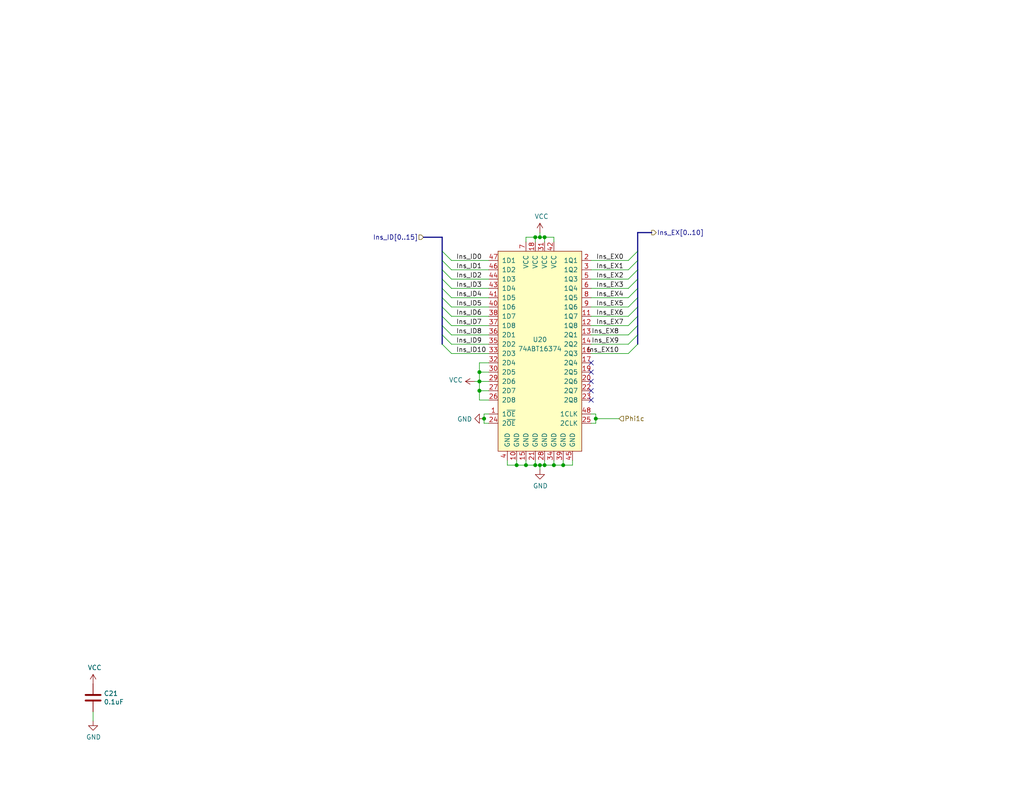
<source format=kicad_sch>
(kicad_sch (version 20230121) (generator eeschema)
  (paper "USLetter")
  (title_block (date "2023-11-15") (rev "A"))
  (lib_symbols
    (symbol "74xx (kicad5):74ABT16374" (pin_names (offset 1.016))
      (property "Reference" "U" (at 0 1.27 0))
      (property "Value" "74ABT16374" (at 0 -1.27 0))
      (symbol "74ABT16374_0_0"
        (pin input line (at -13.97 -20.32 0) (length 2.54) (name "1~{OE}") (number "1"))
        (pin power_in line (at -6.35 -33.02 90) (length 2.54) (name "GND") (number "10"))
        (pin tri_state line (at 13.97 6.35 180) (length 2.54) (name "1Q7") (number "11"))
        (pin tri_state line (at 13.97 3.81 180) (length 2.54) (name "1Q8") (number "12"))
        (pin tri_state line (at 13.97 1.27 180) (length 2.54) (name "2Q1") (number "13"))
        (pin tri_state line (at 13.97 -1.27 180) (length 2.54) (name "2Q2") (number "14"))
        (pin power_in line (at -3.81 -33.02 90) (length 2.54) (name "GND") (number "15"))
        (pin tri_state line (at 13.97 -3.81 180) (length 2.54) (name "2Q3") (number "16"))
        (pin tri_state line (at 13.97 -6.35 180) (length 2.54) (name "2Q4") (number "17"))
        (pin power_in line (at -1.27 26.67 270) (length 2.54) (name "VCC") (number "18"))
        (pin tri_state line (at 13.97 -8.89 180) (length 2.54) (name "2Q5") (number "19"))
        (pin tri_state line (at 13.97 21.59 180) (length 2.54) (name "1Q1") (number "2"))
        (pin tri_state line (at 13.97 -11.43 180) (length 2.54) (name "2Q6") (number "20"))
        (pin power_in line (at -1.27 -33.02 90) (length 2.54) (name "GND") (number "21"))
        (pin tri_state line (at 13.97 -13.97 180) (length 2.54) (name "2Q7") (number "22"))
        (pin tri_state line (at 13.97 -16.51 180) (length 2.54) (name "2Q8") (number "23"))
        (pin input line (at -13.97 -22.86 0) (length 2.54) (name "2~{OE}") (number "24"))
        (pin input line (at 13.97 -22.86 180) (length 2.54) (name "2CLK") (number "25"))
        (pin input line (at -13.97 -16.51 0) (length 2.54) (name "2D8") (number "26"))
        (pin input line (at -13.97 -13.97 0) (length 2.54) (name "2D7") (number "27"))
        (pin power_in line (at 1.27 -33.02 90) (length 2.54) (name "GND") (number "28"))
        (pin input line (at -13.97 -11.43 0) (length 2.54) (name "2D6") (number "29"))
        (pin tri_state line (at 13.97 19.05 180) (length 2.54) (name "1Q2") (number "3"))
        (pin input line (at -13.97 -8.89 0) (length 2.54) (name "2D5") (number "30"))
        (pin power_in line (at 1.27 26.67 270) (length 2.54) (name "VCC") (number "31"))
        (pin input line (at -13.97 -6.35 0) (length 2.54) (name "2D4") (number "32"))
        (pin input line (at -13.97 -3.81 0) (length 2.54) (name "2D3") (number "33"))
        (pin power_in line (at 3.81 -33.02 90) (length 2.54) (name "GND") (number "34"))
        (pin input line (at -13.97 -1.27 0) (length 2.54) (name "2D2") (number "35"))
        (pin input line (at -13.97 1.27 0) (length 2.54) (name "2D1") (number "36"))
        (pin input line (at -13.97 3.81 0) (length 2.54) (name "1D8") (number "37"))
        (pin input line (at -13.97 6.35 0) (length 2.54) (name "1D7") (number "38"))
        (pin power_in line (at 6.35 -33.02 90) (length 2.54) (name "GND") (number "39"))
        (pin power_in line (at -8.89 -33.02 90) (length 2.54) (name "GND") (number "4"))
        (pin input line (at -13.97 8.89 0) (length 2.54) (name "1D6") (number "40"))
        (pin input line (at -13.97 11.43 0) (length 2.54) (name "1D5") (number "41"))
        (pin power_in line (at 3.81 26.67 270) (length 2.54) (name "VCC") (number "42"))
        (pin input line (at -13.97 13.97 0) (length 2.54) (name "1D4") (number "43"))
        (pin input line (at -13.97 16.51 0) (length 2.54) (name "1D3") (number "44"))
        (pin power_in line (at 8.89 -33.02 90) (length 2.54) (name "GND") (number "45"))
        (pin input line (at -13.97 19.05 0) (length 2.54) (name "1D2") (number "46"))
        (pin input line (at -13.97 21.59 0) (length 2.54) (name "1D1") (number "47"))
        (pin input line (at 13.97 -20.32 180) (length 2.54) (name "1CLK") (number "48"))
        (pin tri_state line (at 13.97 16.51 180) (length 2.54) (name "1Q3") (number "5"))
        (pin tri_state line (at 13.97 13.97 180) (length 2.54) (name "1Q4") (number "6"))
        (pin power_in line (at -3.81 26.67 270) (length 2.54) (name "VCC") (number "7"))
        (pin tri_state line (at 13.97 11.43 180) (length 2.54) (name "1Q5") (number "8"))
        (pin tri_state line (at 13.97 8.89 180) (length 2.54) (name "1Q6") (number "9"))
      )
      (symbol "74ABT16374_0_1"
        (rectangle (start -11.43 24.13) (end 11.43 -30.48) (fill (type background)))
      )
    )
    (symbol "Device:C" (pin_numbers hide) (pin_names (offset 0.254))
      (property "Reference" "C" (at 0.635 2.54 0))
      (property "Value" "C" (at 0.635 -2.54 0))
      (symbol "C_0_1"
        (polyline (pts (xy -2.032 -0.762) (xy 2.032 -0.762)) (stroke (width 0.508)))
        (polyline (pts (xy -2.032 0.762) (xy 2.032 0.762)) (stroke (width 0.508)))
      )
      (symbol "C_1_1"
        (pin passive line (at 0 3.81 270) (length 2.794) (name "~") (number "1"))
        (pin passive line (at 0 -3.81 90) (length 2.794) (name "~") (number "2"))
      )
    )
    (symbol "power:GND" (power) (pin_names (offset 0))
      (property "Value" "GND" (at 0 -3.81 0))
      (symbol "GND_0_1"
        (polyline (pts (xy 0 0) (xy 0 -1.27) (xy 1.27 -1.27) (xy 0 -2.54) (xy -1.27 -1.27) (xy 0 -1.27)))
      )
      (symbol "GND_1_1"
        (pin power_in line (at 0 0 270) (length 0) hide (name "GND") (number "1"))
      )
    )
    (symbol "power:VCC" (power) (pin_names (offset 0))
      (property "Value" "VCC" (at 0 3.81 0))
      (symbol "VCC_0_1"
        (polyline (pts (xy -0.762 1.27) (xy 0 2.54)))
        (polyline (pts (xy 0 0) (xy 0 2.54)))
        (polyline (pts (xy 0 2.54) (xy 0.762 1.27)))
      )
      (symbol "VCC_1_1"
        (pin power_in line (at 0 0 90) (length 0) hide (name "VCC") (number "1"))
      )
    )
  )
  (junction (at 148.59 127))
  (junction (at 162.56 114.3))
  (junction (at 147.32 127))
  (junction (at 147.32 64.77))
  (junction (at 151.13 127))
  (junction (at 146.05 64.77))
  (junction (at 130.81 106.68))
  (junction (at 140.97 127))
  (junction (at 130.81 104.14))
  (junction (at 132.08 114.3))
  (junction (at 146.05 127))
  (junction (at 148.59 64.77))
  (junction (at 143.51 127))
  (junction (at 130.81 101.6))
  (junction (at 153.67 127))
  (no_connect (at 161.29 106.68))
  (no_connect (at 161.29 104.14))
  (no_connect (at 161.29 101.6))
  (no_connect (at 161.29 109.22))
  (no_connect (at 161.29 99.06))
  (bus_entry (at 173.99 93.98) (size -2.54 2.54))
  (bus_entry (at 173.99 88.9) (size -2.54 2.54))
  (bus_entry (at 173.99 91.44) (size -2.54 2.54))
  (bus_entry (at 173.99 71.12) (size -2.54 2.54))
  (bus_entry (at 120.65 91.44) (size 2.54 2.54))
  (bus_entry (at 120.65 93.98) (size 2.54 2.54))
  (bus_entry (at 120.65 88.9) (size 2.54 2.54))
  (bus_entry (at 120.65 78.74) (size 2.54 2.54))
  (bus_entry (at 120.65 76.2) (size 2.54 2.54))
  (bus_entry (at 120.65 68.58) (size 2.54 2.54))
  (bus_entry (at 120.65 81.28) (size 2.54 2.54))
  (bus_entry (at 173.99 68.58) (size -2.54 2.54))
  (bus_entry (at 173.99 81.28) (size -2.54 2.54))
  (bus_entry (at 173.99 86.36) (size -2.54 2.54))
  (bus_entry (at 173.99 78.74) (size -2.54 2.54))
  (bus_entry (at 120.65 73.66) (size 2.54 2.54))
  (bus_entry (at 173.99 73.66) (size -2.54 2.54))
  (bus_entry (at 173.99 76.2) (size -2.54 2.54))
  (bus_entry (at 120.65 83.82) (size 2.54 2.54))
  (bus_entry (at 173.99 83.82) (size -2.54 2.54))
  (bus_entry (at 120.65 71.12) (size 2.54 2.54))
  (bus_entry (at 120.65 86.36) (size 2.54 2.54))
  (wire (pts (xy 130.81 101.6) (xy 130.81 104.14)))
  (wire (pts (xy 133.35 106.68) (xy 130.81 106.68)))
  (wire (pts (xy 171.45 93.98) (xy 161.29 93.98)))
  (bus (pts (xy 115.57 64.77) (xy 120.65 64.77)))
  (wire (pts (xy 132.08 113.03) (xy 132.08 114.3)))
  (wire (pts (xy 171.45 86.36) (xy 161.29 86.36)))
  (wire (pts (xy 171.45 91.44) (xy 161.29 91.44)))
  (bus (pts (xy 173.99 78.74) (xy 173.99 81.28)))
  (bus (pts (xy 173.99 73.66) (xy 173.99 76.2)))
  (wire (pts (xy 171.45 83.82) (xy 161.29 83.82)))
  (wire (pts (xy 147.32 127) (xy 148.59 127)))
  (wire (pts (xy 162.56 114.3) (xy 168.91 114.3)))
  (wire (pts (xy 162.56 114.3) (xy 162.56 115.57)))
  (wire (pts (xy 130.81 109.22) (xy 133.35 109.22)))
  (wire (pts (xy 133.35 99.06) (xy 130.81 99.06)))
  (wire (pts (xy 171.45 73.66) (xy 161.29 73.66)))
  (bus (pts (xy 173.99 86.36) (xy 173.99 88.9)))
  (wire (pts (xy 147.32 127) (xy 147.32 128.27)))
  (wire (pts (xy 171.45 81.28) (xy 161.29 81.28)))
  (wire (pts (xy 123.19 73.66) (xy 133.35 73.66)))
  (bus (pts (xy 173.99 83.82) (xy 173.99 86.36)))
  (wire (pts (xy 123.19 88.9) (xy 133.35 88.9)))
  (wire (pts (xy 171.45 88.9) (xy 161.29 88.9)))
  (wire (pts (xy 133.35 104.14) (xy 130.81 104.14)))
  (wire (pts (xy 123.19 76.2) (xy 133.35 76.2)))
  (wire (pts (xy 153.67 127) (xy 156.21 127)))
  (wire (pts (xy 148.59 125.73) (xy 148.59 127)))
  (wire (pts (xy 143.51 127) (xy 146.05 127)))
  (bus (pts (xy 173.99 76.2) (xy 173.99 78.74)))
  (wire (pts (xy 148.59 66.04) (xy 148.59 64.77)))
  (wire (pts (xy 147.32 64.77) (xy 148.59 64.77)))
  (wire (pts (xy 146.05 66.04) (xy 146.05 64.77)))
  (wire (pts (xy 140.97 125.73) (xy 140.97 127)))
  (wire (pts (xy 133.35 101.6) (xy 130.81 101.6)))
  (wire (pts (xy 133.35 113.03) (xy 132.08 113.03)))
  (bus (pts (xy 120.65 64.77) (xy 120.65 68.58)))
  (wire (pts (xy 123.19 81.28) (xy 133.35 81.28)))
  (wire (pts (xy 143.51 66.04) (xy 143.51 64.77)))
  (bus (pts (xy 120.65 91.44) (xy 120.65 93.98)))
  (wire (pts (xy 123.19 96.52) (xy 133.35 96.52)))
  (bus (pts (xy 120.65 73.66) (xy 120.65 76.2)))
  (wire (pts (xy 171.45 78.74) (xy 161.29 78.74)))
  (bus (pts (xy 120.65 76.2) (xy 120.65 78.74)))
  (bus (pts (xy 120.65 68.58) (xy 120.65 71.12)))
  (wire (pts (xy 156.21 127) (xy 156.21 125.73)))
  (wire (pts (xy 151.13 64.77) (xy 151.13 66.04)))
  (bus (pts (xy 173.99 91.44) (xy 173.99 93.98)))
  (wire (pts (xy 146.05 64.77) (xy 147.32 64.77)))
  (bus (pts (xy 120.65 83.82) (xy 120.65 86.36)))
  (bus (pts (xy 120.65 81.28) (xy 120.65 83.82)))
  (bus (pts (xy 173.99 68.58) (xy 173.99 71.12)))
  (wire (pts (xy 138.43 127) (xy 140.97 127)))
  (bus (pts (xy 120.65 88.9) (xy 120.65 91.44)))
  (wire (pts (xy 171.45 71.12) (xy 161.29 71.12)))
  (wire (pts (xy 123.19 83.82) (xy 133.35 83.82)))
  (wire (pts (xy 153.67 125.73) (xy 153.67 127)))
  (wire (pts (xy 161.29 113.03) (xy 162.56 113.03)))
  (wire (pts (xy 123.19 86.36) (xy 133.35 86.36)))
  (wire (pts (xy 151.13 127) (xy 153.67 127)))
  (bus (pts (xy 120.65 78.74) (xy 120.65 81.28)))
  (bus (pts (xy 173.99 71.12) (xy 173.99 73.66)))
  (bus (pts (xy 120.65 71.12) (xy 120.65 73.66)))
  (wire (pts (xy 130.81 99.06) (xy 130.81 101.6)))
  (wire (pts (xy 132.08 115.57) (xy 133.35 115.57)))
  (wire (pts (xy 123.19 71.12) (xy 133.35 71.12)))
  (wire (pts (xy 123.19 78.74) (xy 133.35 78.74)))
  (wire (pts (xy 123.19 91.44) (xy 133.35 91.44)))
  (wire (pts (xy 148.59 127) (xy 151.13 127)))
  (wire (pts (xy 143.51 125.73) (xy 143.51 127)))
  (wire (pts (xy 171.45 76.2) (xy 161.29 76.2)))
  (bus (pts (xy 120.65 86.36) (xy 120.65 88.9)))
  (bus (pts (xy 173.99 88.9) (xy 173.99 91.44)))
  (wire (pts (xy 25.4 196.85) (xy 25.4 194.31)))
  (bus (pts (xy 177.8 63.5) (xy 173.99 63.5)))
  (bus (pts (xy 173.99 63.5) (xy 173.99 68.58)))
  (wire (pts (xy 147.32 63.5) (xy 147.32 64.77)))
  (wire (pts (xy 162.56 113.03) (xy 162.56 114.3)))
  (wire (pts (xy 132.08 114.3) (xy 132.08 115.57)))
  (wire (pts (xy 143.51 64.77) (xy 146.05 64.77)))
  (wire (pts (xy 130.81 104.14) (xy 130.81 106.68)))
  (wire (pts (xy 148.59 64.77) (xy 151.13 64.77)))
  (wire (pts (xy 146.05 127) (xy 147.32 127)))
  (wire (pts (xy 140.97 127) (xy 143.51 127)))
  (bus (pts (xy 173.99 81.28) (xy 173.99 83.82)))
  (wire (pts (xy 171.45 96.52) (xy 161.29 96.52)))
  (wire (pts (xy 130.81 104.14) (xy 129.54 104.14)))
  (wire (pts (xy 151.13 125.73) (xy 151.13 127)))
  (wire (pts (xy 162.56 115.57) (xy 161.29 115.57)))
  (wire (pts (xy 123.19 93.98) (xy 133.35 93.98)))
  (wire (pts (xy 146.05 125.73) (xy 146.05 127)))
  (wire (pts (xy 138.43 125.73) (xy 138.43 127)))
  (wire (pts (xy 130.81 106.68) (xy 130.81 109.22)))
  (label "Ins_EX1" (at 170.18 73.66 180))
  (label "Ins_ID2" (at 124.46 76.2 0))
  (label "Ins_EX0" (at 170.18 71.12 180))
  (label "Ins_EX4" (at 170.18 81.28 180))
  (label "Ins_EX7" (at 170.18 88.9 180))
  (label "Ins_ID7" (at 124.46 88.9 0))
  (label "Ins_ID9" (at 124.46 93.98 0))
  (label "Ins_EX10" (at 168.91 96.52 180))
  (label "Ins_EX9" (at 168.91 93.98 180))
  (label "Ins_ID8" (at 124.46 91.44 0))
  (label "Ins_ID5" (at 124.46 83.82 0))
  (label "Ins_ID10" (at 124.46 96.52 0))
  (label "Ins_EX2" (at 170.18 76.2 180))
  (label "Ins_ID3" (at 124.46 78.74 0))
  (label "Ins_ID6" (at 124.46 86.36 0))
  (label "Ins_ID4" (at 124.46 81.28 0))
  (label "Ins_EX5" (at 170.18 83.82 180))
  (label "Ins_EX8" (at 168.91 91.44 180))
  (label "Ins_EX6" (at 170.18 86.36 180))
  (label "Ins_ID0" (at 124.46 71.12 0))
  (label "Ins_ID1" (at 124.46 73.66 0))
  (label "Ins_EX3" (at 170.18 78.74 180))
  (hierarchical_label "Ins_EX[0..10]" (shape output) (at 177.8 63.5 0))
  (hierarchical_label "Phi1c" (shape input) (at 168.91 114.3 0))
  (hierarchical_label "Ins_ID[0..15]" (shape input) (at 115.57 64.77 180))
  (symbol (lib_id "power:GND") (at 132.08 114.3 270) (unit 1)
    (property "Reference" "#PWR0117" (effects hide))
    (property "Value" "GND" (at 128.8288 114.427 90) (effects (justify right)))
  )
  (symbol (lib_id "Device:C") (at 25.4 190.5 0) (unit 1)
    (property "Reference" "C21" (at 28.321 189.3316 0) (effects (justify left)))
    (property "Value" "0.1uF" (at 28.321 191.643 0) (effects (justify left)))
    (property "Footprint" "Capacitor_SMD:C_0603_1608Metric_Pad1.08x0.95mm_HandSolder" (effects hide))
    (property "Mouser" "https://www.mouser.com/ProductDetail/963-EMK107B7104KAHT" (effects hide))
  )
  (symbol (lib_id "power:VCC") (at 25.4 186.69 0) (unit 1)
    (property "Reference" "#PWR0114" (effects hide))
    (property "Value" "VCC" (at 25.8318 182.2958 0))
  )
  (symbol (lib_id "power:GND") (at 25.4 196.85 0) (unit 1)
    (property "Reference" "#PWR0115" (effects hide))
    (property "Value" "GND" (at 25.527 201.2442 0))
  )
  (symbol (lib_id "power:VCC") (at 129.54 104.14 90) (unit 1)
    (property "Reference" "#PWR0116" (effects hide))
    (property "Value" "VCC" (at 126.3142 103.759 90) (effects (justify left)))
  )
  (symbol (lib_id "power:VCC") (at 147.32 63.5 0) (unit 1)
    (property "Reference" "#PWR0118" (effects hide))
    (property "Value" "VCC" (at 147.7518 59.1058 0))
  )
  (symbol (lib_id "power:GND") (at 147.32 128.27 0) (unit 1)
    (property "Reference" "#PWR0119" (effects hide))
    (property "Value" "GND" (at 147.447 132.6642 0))
  )
  (symbol (lib_id "74xx (kicad5):74ABT16374") (at 147.32 92.71 0) (unit 1)
    (property "Reference" "U20" (at 147.32 92.71 0))
    (property "Value" "74ABT16374" (at 147.32 95.25 0))
    (property "Footprint" "Package_SO:TSSOP-48_6.1x12.5mm_P0.5mm" (effects hide))
    (property "Datasheet" "https://www.ti.com/lit/ds/symlink/sn74abt16374a.pdf?HQS=dis-mous-null-mousermode-dsf-pf-null-wwe&ts=1617318801237" (effects hide))
    (property "Mouser" "https://www.mouser.com/ProductDetail/Texas-Instruments/SN74ABT16374ADGGR?qs=%2Fha2pyFadui8Wf%2F61v2joCyY9bOa3peBR5btn0VUHs8%3D" (effects hide))
  )
)
</source>
